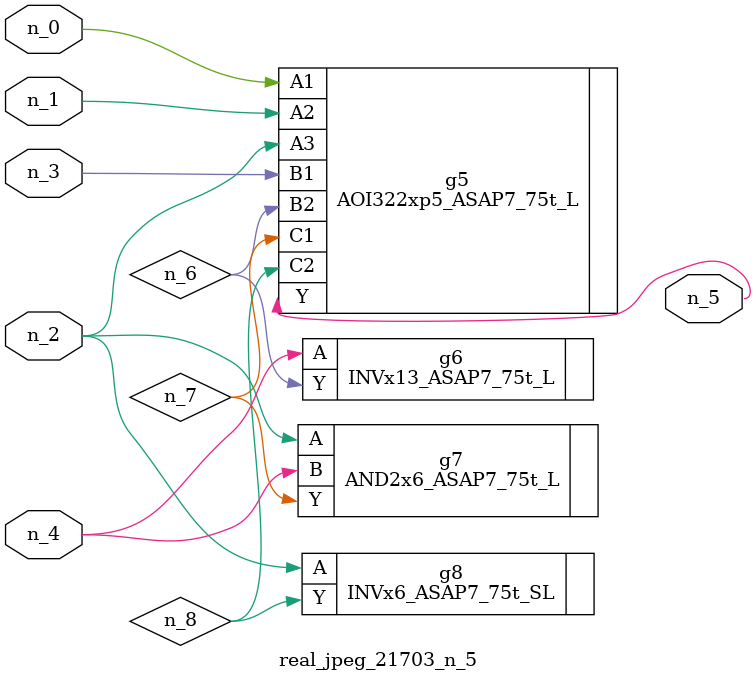
<source format=v>
module real_jpeg_21703_n_5 (n_4, n_0, n_1, n_2, n_3, n_5);

input n_4;
input n_0;
input n_1;
input n_2;
input n_3;

output n_5;

wire n_8;
wire n_6;
wire n_7;

AOI322xp5_ASAP7_75t_L g5 ( 
.A1(n_0),
.A2(n_1),
.A3(n_2),
.B1(n_3),
.B2(n_6),
.C1(n_7),
.C2(n_8),
.Y(n_5)
);

AND2x6_ASAP7_75t_L g7 ( 
.A(n_2),
.B(n_4),
.Y(n_7)
);

INVx6_ASAP7_75t_SL g8 ( 
.A(n_2),
.Y(n_8)
);

INVx13_ASAP7_75t_L g6 ( 
.A(n_4),
.Y(n_6)
);


endmodule
</source>
